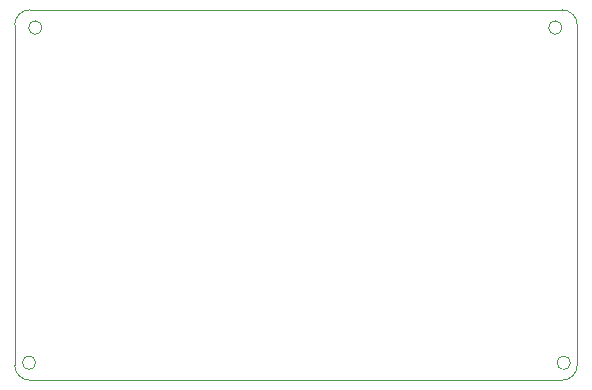
<source format=gbr>
G04 #@! TF.GenerationSoftware,KiCad,Pcbnew,5.1.5+dfsg1-2build2*
G04 #@! TF.CreationDate,2021-06-15T21:01:14+02:00*
G04 #@! TF.ProjectId,circuit9,63697263-7569-4743-992e-6b696361645f,rev?*
G04 #@! TF.SameCoordinates,Original*
G04 #@! TF.FileFunction,Profile,NP*
%FSLAX46Y46*%
G04 Gerber Fmt 4.6, Leading zero omitted, Abs format (unit mm)*
G04 Created by KiCad (PCBNEW 5.1.5+dfsg1-2build2) date 2021-06-15 21:01:14*
%MOMM*%
%LPD*%
G04 APERTURE LIST*
%ADD10C,0.100000*%
G04 APERTURE END LIST*
D10*
X25429481Y-24612600D02*
G75*
G03X25429481Y-24612600I-567961J0D01*
G01*
X69452761Y-24612600D02*
G75*
G03X69452761Y-24612600I-567961J0D01*
G01*
X24892000Y-52984400D02*
G75*
G03X24892000Y-52984400I-567961J0D01*
G01*
X24384000Y-23114000D02*
X69469000Y-23114000D01*
X23114000Y-53187600D02*
X23114000Y-24384000D01*
X69469000Y-54457600D02*
X24384000Y-54457600D01*
X70739000Y-24384000D02*
X70739000Y-53187600D01*
X70739000Y-53187600D02*
G75*
G02X69469000Y-54457600I-1270000J0D01*
G01*
X24384000Y-54457600D02*
G75*
G02X23114000Y-53187600I0J1270000D01*
G01*
X23114000Y-24384000D02*
G75*
G02X24384000Y-23114000I1270000J0D01*
G01*
X69469000Y-23114000D02*
G75*
G02X70739000Y-24384000I0J-1270000D01*
G01*
X70163961Y-52984400D02*
G75*
G03X70163961Y-52984400I-567961J0D01*
G01*
M02*

</source>
